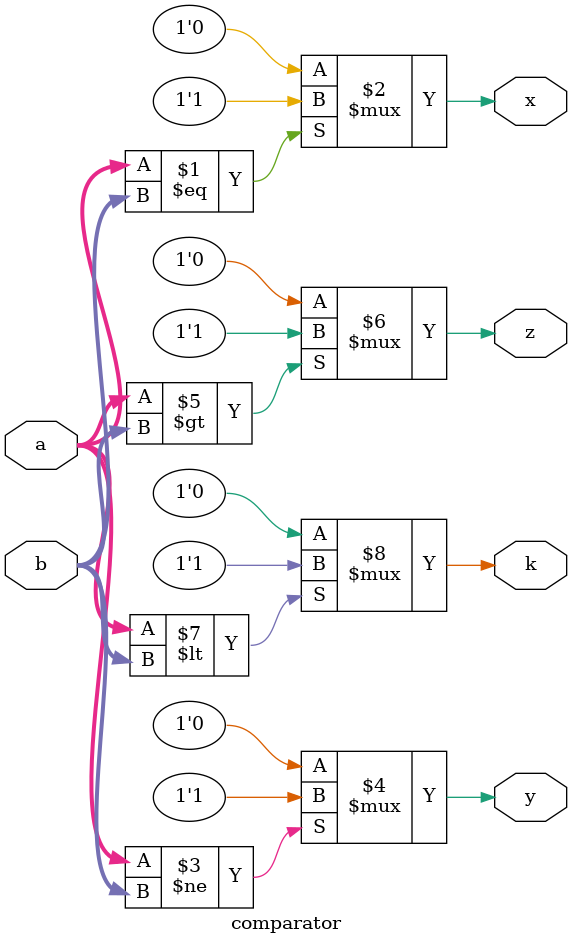
<source format=v>
`timescale 1ns / 1ps


module comparator(a, b, x, y, z, k);
input [3:0] a, b; // PORTS a[0] : Y1, a[1] : W3, a[2] : U2, a[3] : T1, b[0] : W4, b[1] : W1, b[2] : V4, b[3] : U4
output x, y, z, k; // PORTS x = L4, y = M4, z = M2, k = N7 

assign x = (a == b) ? 1'b1 : 1'b0;
assign y = (a != b) ? 1'b1 : 1'b0;
assign z = (a > b) ? 1'b1 : 1'b0;
assign k = (a < b) ? 1'b1 : 1'b0;




endmodule

</source>
